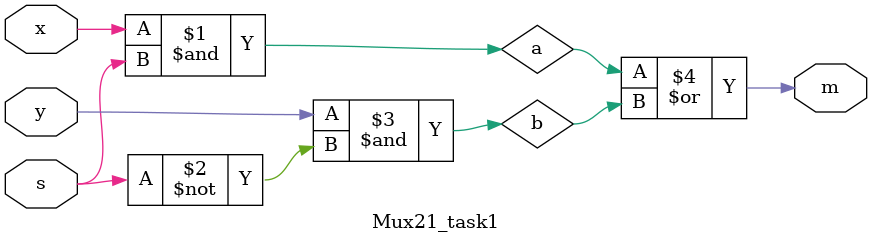
<source format=v>
`timescale 1ns / 1ps


module Mux21_task1(
    input x,
    input y,
    input s,
    output m
    );
    wire a, b;
    and (a, x, s);
    and (b, y, ~s);
    or (m, a, b);
endmodule

</source>
